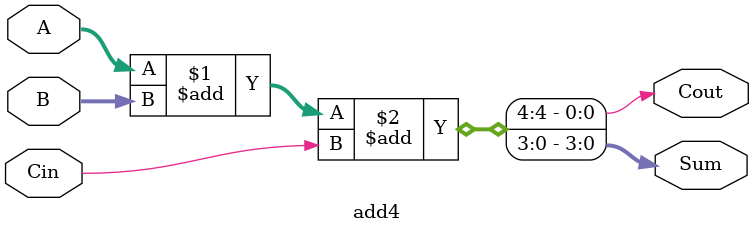
<source format=v>

module add4 (				  //   module and name
	input [3:0] A, B, //I. port declarations
	input Cin,
	output Cout,
	output wire [3:0] Sum );
	
	assign {Cout, Sum} = A + B + Cin;

endmodule
</source>
